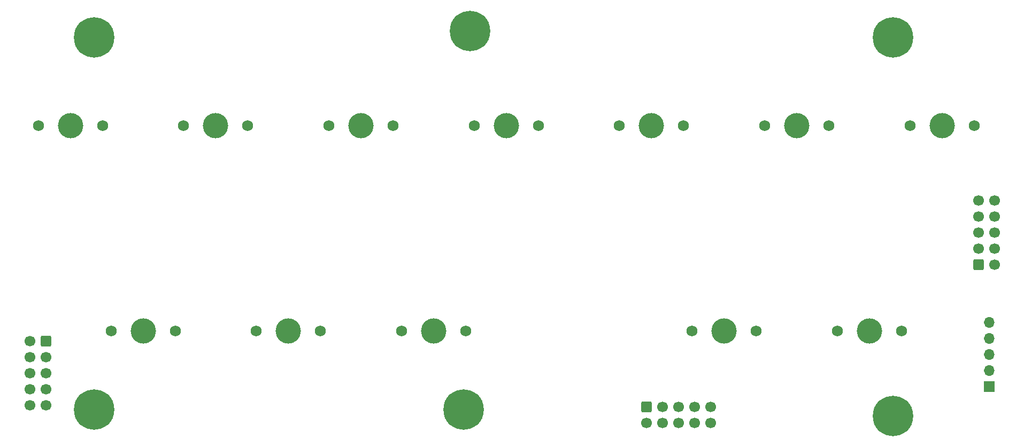
<source format=gbr>
%TF.GenerationSoftware,KiCad,Pcbnew,(6.0.0)*%
%TF.CreationDate,2023-05-12T18:23:08+02:00*%
%TF.ProjectId,keyboard,6b657962-6f61-4726-942e-6b696361645f,rev?*%
%TF.SameCoordinates,Original*%
%TF.FileFunction,Soldermask,Top*%
%TF.FilePolarity,Negative*%
%FSLAX46Y46*%
G04 Gerber Fmt 4.6, Leading zero omitted, Abs format (unit mm)*
G04 Created by KiCad (PCBNEW (6.0.0)) date 2023-05-12 18:23:08*
%MOMM*%
%LPD*%
G01*
G04 APERTURE LIST*
G04 Aperture macros list*
%AMRoundRect*
0 Rectangle with rounded corners*
0 $1 Rounding radius*
0 $2 $3 $4 $5 $6 $7 $8 $9 X,Y pos of 4 corners*
0 Add a 4 corners polygon primitive as box body*
4,1,4,$2,$3,$4,$5,$6,$7,$8,$9,$2,$3,0*
0 Add four circle primitives for the rounded corners*
1,1,$1+$1,$2,$3*
1,1,$1+$1,$4,$5*
1,1,$1+$1,$6,$7*
1,1,$1+$1,$8,$9*
0 Add four rect primitives between the rounded corners*
20,1,$1+$1,$2,$3,$4,$5,0*
20,1,$1+$1,$4,$5,$6,$7,0*
20,1,$1+$1,$6,$7,$8,$9,0*
20,1,$1+$1,$8,$9,$2,$3,0*%
G04 Aperture macros list end*
%ADD10C,4.000000*%
%ADD11C,1.750000*%
%ADD12C,0.800000*%
%ADD13C,6.400000*%
%ADD14R,1.700000X1.700000*%
%ADD15O,1.700000X1.700000*%
%ADD16RoundRect,0.250000X-0.600000X0.600000X-0.600000X-0.600000X0.600000X-0.600000X0.600000X0.600000X0*%
%ADD17C,1.700000*%
%ADD18RoundRect,0.250000X0.600000X0.600000X-0.600000X0.600000X-0.600000X-0.600000X0.600000X-0.600000X0*%
%ADD19RoundRect,0.250000X-0.600000X-0.600000X0.600000X-0.600000X0.600000X0.600000X-0.600000X0.600000X0*%
G04 APERTURE END LIST*
D10*
%TO.C,SW9*%
X189750000Y-64000000D03*
D11*
X184670000Y-64000000D03*
X194830000Y-64000000D03*
%TD*%
%TO.C,SW7*%
X171830000Y-64000000D03*
X161670000Y-64000000D03*
D10*
X166750000Y-64000000D03*
%TD*%
%TO.C,SW3*%
X120750000Y-64000000D03*
D11*
X115670000Y-64000000D03*
X125830000Y-64000000D03*
%TD*%
D10*
%TO.C,SW12*%
X97750000Y-64000000D03*
D11*
X102830000Y-64000000D03*
X92670000Y-64000000D03*
%TD*%
D10*
%TO.C,SW2*%
X109250000Y-96500000D03*
D11*
X114330000Y-96500000D03*
X104170000Y-96500000D03*
%TD*%
D10*
%TO.C,SW4*%
X86250000Y-96500000D03*
D11*
X91330000Y-96500000D03*
X81170000Y-96500000D03*
%TD*%
D12*
%TO.C,H6*%
X53802944Y-107302944D03*
X55500000Y-106600000D03*
X55500000Y-111400000D03*
X53802944Y-110697056D03*
X53100000Y-109000000D03*
X57197056Y-107302944D03*
D13*
X55500000Y-109000000D03*
D12*
X57900000Y-109000000D03*
X57197056Y-110697056D03*
%TD*%
%TO.C,H2*%
X113302944Y-47302944D03*
X115000000Y-51400000D03*
D13*
X115000000Y-49000000D03*
D12*
X113302944Y-50697056D03*
X115000000Y-46600000D03*
X116697056Y-50697056D03*
X117400000Y-49000000D03*
X116697056Y-47302944D03*
X112600000Y-49000000D03*
%TD*%
D14*
%TO.C,J1*%
X197265000Y-105330000D03*
D15*
X197265000Y-102790000D03*
X197265000Y-100250000D03*
X197265000Y-97710000D03*
X197265000Y-95170000D03*
%TD*%
D10*
%TO.C,SW5*%
X143750000Y-64000000D03*
D11*
X138670000Y-64000000D03*
X148830000Y-64000000D03*
%TD*%
%TO.C,SW11*%
X183330000Y-96500000D03*
X173170000Y-96500000D03*
D10*
X178250000Y-96500000D03*
%TD*%
D11*
%TO.C,SW13*%
X150170000Y-96500000D03*
D10*
X155250000Y-96500000D03*
D11*
X160330000Y-96500000D03*
%TD*%
D12*
%TO.C,H5*%
X111600000Y-109000000D03*
D13*
X114000000Y-109000000D03*
D12*
X115697056Y-107302944D03*
X112302944Y-107302944D03*
X112302944Y-110697056D03*
X116400000Y-109000000D03*
X114000000Y-106600000D03*
X115697056Y-110697056D03*
X114000000Y-111400000D03*
%TD*%
D13*
%TO.C,H4*%
X182000000Y-110000000D03*
D12*
X182000000Y-107600000D03*
X179600000Y-110000000D03*
X182000000Y-112400000D03*
X180302944Y-108302944D03*
X183697056Y-108302944D03*
X184400000Y-110000000D03*
X180302944Y-111697056D03*
X183697056Y-111697056D03*
%TD*%
%TO.C,H1*%
X53802944Y-51697056D03*
X57900000Y-50000000D03*
X55500000Y-47600000D03*
X55500000Y-52400000D03*
X53802944Y-48302944D03*
X57197056Y-51697056D03*
D13*
X55500000Y-50000000D03*
D12*
X57197056Y-48302944D03*
X53100000Y-50000000D03*
%TD*%
D11*
%TO.C,SW6*%
X68330000Y-96500000D03*
X58170000Y-96500000D03*
D10*
X63250000Y-96500000D03*
%TD*%
%TO.C,SW8*%
X51750000Y-64000000D03*
D11*
X46670000Y-64000000D03*
X56830000Y-64000000D03*
%TD*%
D12*
%TO.C,H3*%
X182000000Y-47600000D03*
X184400000Y-50000000D03*
X182000000Y-52400000D03*
X179600000Y-50000000D03*
X180302944Y-51697056D03*
X180302944Y-48302944D03*
D13*
X182000000Y-50000000D03*
D12*
X183697056Y-48302944D03*
X183697056Y-51697056D03*
%TD*%
D11*
%TO.C,SW10*%
X79830000Y-64000000D03*
X69670000Y-64000000D03*
D10*
X74750000Y-64000000D03*
%TD*%
D16*
%TO.C,J2*%
X142980000Y-108552500D03*
D17*
X142980000Y-111092500D03*
X145520000Y-108552500D03*
X145520000Y-111092500D03*
X148060000Y-108552500D03*
X148060000Y-111092500D03*
X150600000Y-108552500D03*
X150600000Y-111092500D03*
X153140000Y-108552500D03*
X153140000Y-111092500D03*
%TD*%
D18*
%TO.C,J3*%
X47850000Y-98110000D03*
D17*
X45310000Y-98110000D03*
X47850000Y-100650000D03*
X45310000Y-100650000D03*
X47850000Y-103190000D03*
X45310000Y-103190000D03*
X47850000Y-105730000D03*
X45310000Y-105730000D03*
X47850000Y-108270000D03*
X45310000Y-108270000D03*
%TD*%
D19*
%TO.C,J4*%
X195507500Y-86030000D03*
D17*
X198047500Y-86030000D03*
X195507500Y-83490000D03*
X198047500Y-83490000D03*
X195507500Y-80950000D03*
X198047500Y-80950000D03*
X195507500Y-78410000D03*
X198047500Y-78410000D03*
X195507500Y-75870000D03*
X198047500Y-75870000D03*
%TD*%
M02*

</source>
